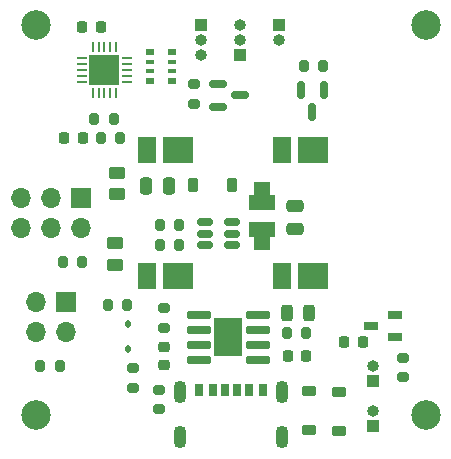
<source format=gbr>
%TF.GenerationSoftware,KiCad,Pcbnew,(7.0.0)*%
%TF.CreationDate,2024-01-31T21:47:27+02:00*%
%TF.ProjectId,FancyLight-V2,46616e63-794c-4696-9768-742d56322e6b,rev?*%
%TF.SameCoordinates,Original*%
%TF.FileFunction,Soldermask,Top*%
%TF.FilePolarity,Negative*%
%FSLAX46Y46*%
G04 Gerber Fmt 4.6, Leading zero omitted, Abs format (unit mm)*
G04 Created by KiCad (PCBNEW (7.0.0)) date 2024-01-31 21:47:27*
%MOMM*%
%LPD*%
G01*
G04 APERTURE LIST*
G04 Aperture macros list*
%AMRoundRect*
0 Rectangle with rounded corners*
0 $1 Rounding radius*
0 $2 $3 $4 $5 $6 $7 $8 $9 X,Y pos of 4 corners*
0 Add a 4 corners polygon primitive as box body*
4,1,4,$2,$3,$4,$5,$6,$7,$8,$9,$2,$3,0*
0 Add four circle primitives for the rounded corners*
1,1,$1+$1,$2,$3*
1,1,$1+$1,$4,$5*
1,1,$1+$1,$6,$7*
1,1,$1+$1,$8,$9*
0 Add four rect primitives between the rounded corners*
20,1,$1+$1,$2,$3,$4,$5,0*
20,1,$1+$1,$4,$5,$6,$7,0*
20,1,$1+$1,$6,$7,$8,$9,0*
20,1,$1+$1,$8,$9,$2,$3,0*%
G04 Aperture macros list end*
%ADD10C,0.010000*%
%ADD11RoundRect,0.062500X0.362500X0.062500X-0.362500X0.062500X-0.362500X-0.062500X0.362500X-0.062500X0*%
%ADD12RoundRect,0.062500X0.062500X0.362500X-0.062500X0.362500X-0.062500X-0.362500X0.062500X-0.362500X0*%
%ADD13R,2.600000X2.600000*%
%ADD14RoundRect,0.243750X0.243750X0.456250X-0.243750X0.456250X-0.243750X-0.456250X0.243750X-0.456250X0*%
%ADD15RoundRect,0.225000X-0.225000X-0.250000X0.225000X-0.250000X0.225000X0.250000X-0.225000X0.250000X0*%
%ADD16RoundRect,0.200000X0.275000X-0.200000X0.275000X0.200000X-0.275000X0.200000X-0.275000X-0.200000X0*%
%ADD17R,1.000000X1.000000*%
%ADD18O,1.000000X1.000000*%
%ADD19RoundRect,0.200000X0.200000X0.275000X-0.200000X0.275000X-0.200000X-0.275000X0.200000X-0.275000X0*%
%ADD20RoundRect,0.250000X0.450000X-0.262500X0.450000X0.262500X-0.450000X0.262500X-0.450000X-0.262500X0*%
%ADD21RoundRect,0.200000X-0.200000X-0.275000X0.200000X-0.275000X0.200000X0.275000X-0.200000X0.275000X0*%
%ADD22RoundRect,0.218750X-0.218750X-0.256250X0.218750X-0.256250X0.218750X0.256250X-0.218750X0.256250X0*%
%ADD23C,2.500000*%
%ADD24R,2.500000X2.200000*%
%ADD25R,1.550000X2.200000*%
%ADD26R,1.700000X1.700000*%
%ADD27O,1.700000X1.700000*%
%ADD28RoundRect,0.225000X0.375000X-0.225000X0.375000X0.225000X-0.375000X0.225000X-0.375000X-0.225000X0*%
%ADD29RoundRect,0.250000X-0.450000X0.262500X-0.450000X-0.262500X0.450000X-0.262500X0.450000X0.262500X0*%
%ADD30RoundRect,0.250000X-0.475000X0.250000X-0.475000X-0.250000X0.475000X-0.250000X0.475000X0.250000X0*%
%ADD31RoundRect,0.225000X-0.225000X-0.375000X0.225000X-0.375000X0.225000X0.375000X-0.225000X0.375000X0*%
%ADD32RoundRect,0.150000X-0.587500X-0.150000X0.587500X-0.150000X0.587500X0.150000X-0.587500X0.150000X0*%
%ADD33RoundRect,0.042000X-0.943000X-0.258000X0.943000X-0.258000X0.943000X0.258000X-0.943000X0.258000X0*%
%ADD34R,2.413000X3.302000*%
%ADD35RoundRect,0.112500X-0.112500X0.187500X-0.112500X-0.187500X0.112500X-0.187500X0.112500X0.187500X0*%
%ADD36RoundRect,0.150000X-0.512500X-0.150000X0.512500X-0.150000X0.512500X0.150000X-0.512500X0.150000X0*%
%ADD37RoundRect,0.250000X0.250000X0.475000X-0.250000X0.475000X-0.250000X-0.475000X0.250000X-0.475000X0*%
%ADD38RoundRect,0.225000X0.250000X-0.225000X0.250000X0.225000X-0.250000X0.225000X-0.250000X-0.225000X0*%
%ADD39RoundRect,0.225000X0.225000X0.250000X-0.225000X0.250000X-0.225000X-0.250000X0.225000X-0.250000X0*%
%ADD40RoundRect,0.200000X-0.275000X0.200000X-0.275000X-0.200000X0.275000X-0.200000X0.275000X0.200000X0*%
%ADD41RoundRect,0.150000X-0.150000X0.587500X-0.150000X-0.587500X0.150000X-0.587500X0.150000X0.587500X0*%
%ADD42O,1.100000X1.900000*%
%ADD43R,0.700000X1.000000*%
%ADD44R,0.800000X1.000000*%
%ADD45R,1.250000X0.700000*%
%ADD46R,0.800000X0.500000*%
%ADD47R,0.800000X0.400000*%
G04 APERTURE END LIST*
%TO.C,L1*%
G36*
X23700000Y-21363400D02*
G01*
X23200000Y-21363400D01*
X23200000Y-22463400D01*
X22000000Y-22463400D01*
X22000000Y-21363400D01*
X21500000Y-21363400D01*
X21500000Y-20163400D01*
X23700000Y-20163400D01*
X23700000Y-21363400D01*
G37*
D10*
X23700000Y-21363400D02*
X23200000Y-21363400D01*
X23200000Y-22463400D01*
X22000000Y-22463400D01*
X22000000Y-21363400D01*
X21500000Y-21363400D01*
X21500000Y-20163400D01*
X23700000Y-20163400D01*
X23700000Y-21363400D01*
G36*
X23200000Y-17863400D02*
G01*
X23700000Y-17863400D01*
X23700000Y-19063400D01*
X21500000Y-19063400D01*
X21500000Y-17863400D01*
X22000000Y-17863400D01*
X22000000Y-16763400D01*
X23200000Y-16763400D01*
X23200000Y-17863400D01*
G37*
X23200000Y-17863400D02*
X23700000Y-17863400D01*
X23700000Y-19063400D01*
X21500000Y-19063400D01*
X21500000Y-17863400D01*
X22000000Y-17863400D01*
X22000000Y-16763400D01*
X23200000Y-16763400D01*
X23200000Y-17863400D01*
%TD*%
D11*
%TO.C,U6*%
X11225000Y-8300000D03*
X11225000Y-7800000D03*
X11225000Y-7300000D03*
X11225000Y-6800000D03*
X11225000Y-6300000D03*
D12*
X10300000Y-5375000D03*
X9800000Y-5375000D03*
X9300000Y-5375000D03*
X8800000Y-5375000D03*
X8300000Y-5375000D03*
D11*
X7375000Y-6300000D03*
X7375000Y-6800000D03*
X7375000Y-7300000D03*
X7375000Y-7800000D03*
X7375000Y-8300000D03*
D12*
X8300000Y-9225000D03*
X8800000Y-9225000D03*
X9300000Y-9225000D03*
X9800000Y-9225000D03*
X10300000Y-9225000D03*
D13*
X9299999Y-7299999D03*
%TD*%
D14*
%TO.C,D6*%
X26612500Y-27900000D03*
X24737500Y-27900000D03*
%TD*%
D15*
%TO.C,C4*%
X24825000Y-31500000D03*
X26375000Y-31500000D03*
%TD*%
D16*
%TO.C,R8*%
X34600000Y-33325000D03*
X34600000Y-31675000D03*
%TD*%
D17*
%TO.C,SW1*%
X31999999Y-37469999D03*
D18*
X31999999Y-36199999D03*
%TD*%
D19*
%TO.C,R11*%
X27825000Y-7000000D03*
X26175000Y-7000000D03*
%TD*%
D20*
%TO.C,R2*%
X10200000Y-23812500D03*
X10200000Y-21987500D03*
%TD*%
D21*
%TO.C,R6*%
X24750000Y-29600000D03*
X26400000Y-29600000D03*
%TD*%
D22*
%TO.C,D10*%
X5912500Y-13100000D03*
X7487500Y-13100000D03*
%TD*%
D23*
%TO.C,H4*%
X3500000Y-36500000D03*
%TD*%
D24*
%TO.C,D3*%
X15493999Y-24764999D03*
D25*
X12918999Y-24764999D03*
%TD*%
D26*
%TO.C,J1*%
X7299999Y-18124999D03*
D27*
X7299999Y-20664999D03*
X4759999Y-18124999D03*
X4759999Y-20664999D03*
X2219999Y-18124999D03*
X2219999Y-20664999D03*
%TD*%
D16*
%TO.C,R9*%
X11700000Y-34225000D03*
X11700000Y-32575000D03*
%TD*%
D28*
%TO.C,D7*%
X26650000Y-37800000D03*
X26650000Y-34500000D03*
%TD*%
D26*
%TO.C,J3*%
X6049999Y-26924999D03*
D27*
X6049999Y-29464999D03*
X3509999Y-26924999D03*
X3509999Y-29464999D03*
%TD*%
D24*
%TO.C,D4*%
X26923999Y-24764999D03*
D25*
X24348999Y-24764999D03*
%TD*%
D23*
%TO.C,H1*%
X3500000Y-3500000D03*
%TD*%
D19*
%TO.C,R16*%
X10075000Y-11450000D03*
X8425000Y-11450000D03*
%TD*%
D21*
%TO.C,R13*%
X5775000Y-23600000D03*
X7425000Y-23600000D03*
%TD*%
D16*
%TO.C,R5*%
X14375000Y-29125000D03*
X14375000Y-27475000D03*
%TD*%
D29*
%TO.C,R1*%
X10400000Y-15987500D03*
X10400000Y-17812500D03*
%TD*%
D24*
%TO.C,D2*%
X26923999Y-14099999D03*
D25*
X24348999Y-14099999D03*
%TD*%
D30*
%TO.C,C1*%
X25400000Y-18850000D03*
X25400000Y-20750000D03*
%TD*%
D31*
%TO.C,D5*%
X16809300Y-17073400D03*
X20109300Y-17073400D03*
%TD*%
D17*
%TO.C,J2*%
X17449999Y-3479999D03*
D18*
X17449999Y-4749999D03*
X17449999Y-6019999D03*
%TD*%
D32*
%TO.C,Q2*%
X18875000Y-8500000D03*
X18875000Y-10400000D03*
X20750000Y-9450000D03*
%TD*%
D17*
%TO.C,R15*%
X24099999Y-3499999D03*
D18*
X24099999Y-4769999D03*
%TD*%
D19*
%TO.C,R17*%
X10625000Y-13100000D03*
X8975000Y-13100000D03*
%TD*%
D23*
%TO.C,H2*%
X36500000Y-3500000D03*
%TD*%
D33*
%TO.C,U2*%
X17320300Y-28036800D03*
X17320300Y-29306800D03*
X17320300Y-30576800D03*
X17320300Y-31846800D03*
X22270300Y-31846800D03*
X22270300Y-30576800D03*
X22270300Y-29306800D03*
X22270300Y-28036800D03*
D34*
X19795299Y-29941799D03*
%TD*%
D17*
%TO.C,BT1*%
X31999999Y-33599999D03*
D18*
X31999999Y-32329999D03*
%TD*%
D35*
%TO.C,D9*%
X11300000Y-28850000D03*
X11300000Y-30950000D03*
%TD*%
D19*
%TO.C,R3*%
X15625000Y-22100000D03*
X13975000Y-22100000D03*
%TD*%
D16*
%TO.C,R7*%
X13900000Y-36025000D03*
X13900000Y-34375000D03*
%TD*%
D36*
%TO.C,U1*%
X17825000Y-20200000D03*
X17825000Y-21150000D03*
X17825000Y-22100000D03*
X20100000Y-22100000D03*
X20100000Y-21150000D03*
X20100000Y-20200000D03*
%TD*%
D17*
%TO.C,U5*%
X20749999Y-6019999D03*
D18*
X20749999Y-4749999D03*
X20749999Y-3479999D03*
%TD*%
D37*
%TO.C,C2*%
X14735700Y-17124200D03*
X12835700Y-17124200D03*
%TD*%
D24*
%TO.C,D1*%
X15493999Y-14099999D03*
D25*
X12918999Y-14099999D03*
%TD*%
D23*
%TO.C,H3*%
X36500000Y-36500000D03*
%TD*%
D38*
%TO.C,C3*%
X14375000Y-32275000D03*
X14375000Y-30725000D03*
%TD*%
D39*
%TO.C,C5*%
X31175000Y-30300000D03*
X29625000Y-30300000D03*
%TD*%
D15*
%TO.C,C6*%
X7425000Y-3700000D03*
X8975000Y-3700000D03*
%TD*%
D28*
%TO.C,D8*%
X29200000Y-37850000D03*
X29200000Y-34550000D03*
%TD*%
D40*
%TO.C,R12*%
X16850000Y-8525000D03*
X16850000Y-10175000D03*
%TD*%
D41*
%TO.C,Q1*%
X27850000Y-9025000D03*
X25950000Y-9025000D03*
X26900000Y-10900000D03*
%TD*%
D21*
%TO.C,R14*%
X9575000Y-27200000D03*
X11225000Y-27200000D03*
%TD*%
%TO.C,R4*%
X13975000Y-20400000D03*
X15625000Y-20400000D03*
%TD*%
D42*
%TO.C,USB1*%
X15679999Y-34561999D03*
X15679999Y-38362999D03*
X24319999Y-34561999D03*
X24319999Y-38362999D03*
D43*
X19499999Y-34436999D03*
X21499999Y-34436999D03*
D44*
X22699999Y-34436999D03*
D43*
X20499999Y-34436999D03*
X18499999Y-34436999D03*
D44*
X17299999Y-34436999D03*
%TD*%
D19*
%TO.C,R18*%
X5500000Y-32400000D03*
X3850000Y-32400000D03*
%TD*%
D45*
%TO.C,U3*%
X33899999Y-29949999D03*
X33899999Y-28049999D03*
X31899999Y-28999999D03*
%TD*%
D46*
%TO.C,RN1*%
X13199999Y-5799999D03*
D47*
X13199999Y-6599999D03*
X13199999Y-7399999D03*
D46*
X13199999Y-8199999D03*
X14999999Y-8199999D03*
D47*
X14999999Y-7399999D03*
X14999999Y-6599999D03*
D46*
X14999999Y-5799999D03*
%TD*%
M02*

</source>
